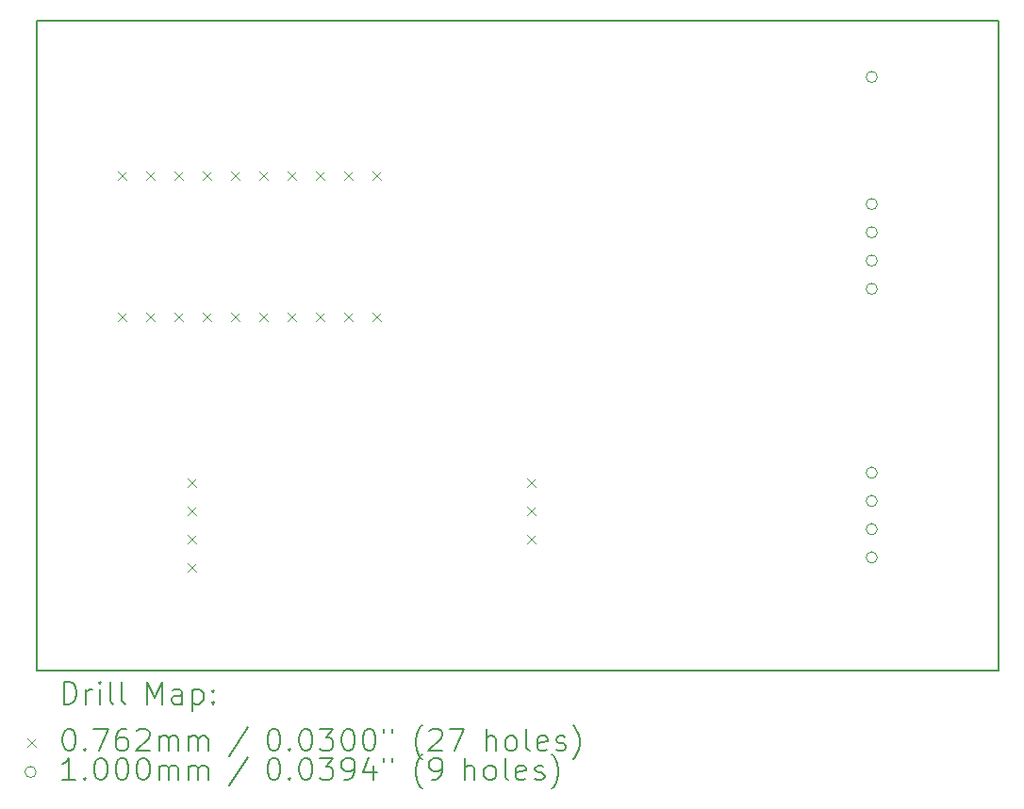
<source format=gbr>
%TF.GenerationSoftware,KiCad,Pcbnew,(7.0.0)*%
%TF.CreationDate,2023-03-22T11:52:13+01:00*%
%TF.ProjectId,ttl-to-rs485-proto,74746c2d-746f-42d7-9273-3438352d7072,rev?*%
%TF.SameCoordinates,Original*%
%TF.FileFunction,Drillmap*%
%TF.FilePolarity,Positive*%
%FSLAX45Y45*%
G04 Gerber Fmt 4.5, Leading zero omitted, Abs format (unit mm)*
G04 Created by KiCad (PCBNEW (7.0.0)) date 2023-03-22 11:52:13*
%MOMM*%
%LPD*%
G01*
G04 APERTURE LIST*
%ADD10C,0.200000*%
%ADD11C,0.076200*%
%ADD12C,0.100000*%
G04 APERTURE END LIST*
D10*
X9652000Y-5334000D02*
X18288000Y-5334000D01*
X18288000Y-5334000D02*
X18288000Y-11176000D01*
X18288000Y-11176000D02*
X9652000Y-11176000D01*
X9652000Y-11176000D02*
X9652000Y-5334000D01*
D11*
X10375900Y-6692900D02*
X10452100Y-6769100D01*
X10452100Y-6692900D02*
X10375900Y-6769100D01*
X10375900Y-7962900D02*
X10452100Y-8039100D01*
X10452100Y-7962900D02*
X10375900Y-8039100D01*
X10629900Y-6692900D02*
X10706100Y-6769100D01*
X10706100Y-6692900D02*
X10629900Y-6769100D01*
X10629900Y-7962900D02*
X10706100Y-8039100D01*
X10706100Y-7962900D02*
X10629900Y-8039100D01*
X10883900Y-6692900D02*
X10960100Y-6769100D01*
X10960100Y-6692900D02*
X10883900Y-6769100D01*
X10883900Y-7962900D02*
X10960100Y-8039100D01*
X10960100Y-7962900D02*
X10883900Y-8039100D01*
X11005400Y-9453400D02*
X11081600Y-9529600D01*
X11081600Y-9453400D02*
X11005400Y-9529600D01*
X11005400Y-9707400D02*
X11081600Y-9783600D01*
X11081600Y-9707400D02*
X11005400Y-9783600D01*
X11005400Y-9961400D02*
X11081600Y-10037600D01*
X11081600Y-9961400D02*
X11005400Y-10037600D01*
X11005400Y-10215400D02*
X11081600Y-10291600D01*
X11081600Y-10215400D02*
X11005400Y-10291600D01*
X11137900Y-6692900D02*
X11214100Y-6769100D01*
X11214100Y-6692900D02*
X11137900Y-6769100D01*
X11137900Y-7962900D02*
X11214100Y-8039100D01*
X11214100Y-7962900D02*
X11137900Y-8039100D01*
X11391900Y-6692900D02*
X11468100Y-6769100D01*
X11468100Y-6692900D02*
X11391900Y-6769100D01*
X11391900Y-7962900D02*
X11468100Y-8039100D01*
X11468100Y-7962900D02*
X11391900Y-8039100D01*
X11645900Y-6692900D02*
X11722100Y-6769100D01*
X11722100Y-6692900D02*
X11645900Y-6769100D01*
X11645900Y-7962900D02*
X11722100Y-8039100D01*
X11722100Y-7962900D02*
X11645900Y-8039100D01*
X11899900Y-6692900D02*
X11976100Y-6769100D01*
X11976100Y-6692900D02*
X11899900Y-6769100D01*
X11899900Y-7962900D02*
X11976100Y-8039100D01*
X11976100Y-7962900D02*
X11899900Y-8039100D01*
X12153900Y-6692900D02*
X12230100Y-6769100D01*
X12230100Y-6692900D02*
X12153900Y-6769100D01*
X12153900Y-7962900D02*
X12230100Y-8039100D01*
X12230100Y-7962900D02*
X12153900Y-8039100D01*
X12407900Y-6692900D02*
X12484100Y-6769100D01*
X12484100Y-6692900D02*
X12407900Y-6769100D01*
X12407900Y-7962900D02*
X12484100Y-8039100D01*
X12484100Y-7962900D02*
X12407900Y-8039100D01*
X12661900Y-6692900D02*
X12738100Y-6769100D01*
X12738100Y-6692900D02*
X12661900Y-6769100D01*
X12661900Y-7962900D02*
X12738100Y-8039100D01*
X12738100Y-7962900D02*
X12661900Y-8039100D01*
X14053400Y-9453400D02*
X14129600Y-9529600D01*
X14129600Y-9453400D02*
X14053400Y-9529600D01*
X14053400Y-9707400D02*
X14129600Y-9783600D01*
X14129600Y-9707400D02*
X14053400Y-9783600D01*
X14053400Y-9961400D02*
X14129600Y-10037600D01*
X14129600Y-9961400D02*
X14053400Y-10037600D01*
D12*
X17195000Y-5842000D02*
G75*
G03*
X17195000Y-5842000I-50000J0D01*
G01*
X17195000Y-6985000D02*
G75*
G03*
X17195000Y-6985000I-50000J0D01*
G01*
X17195000Y-7239000D02*
G75*
G03*
X17195000Y-7239000I-50000J0D01*
G01*
X17195000Y-7493000D02*
G75*
G03*
X17195000Y-7493000I-50000J0D01*
G01*
X17195000Y-7747000D02*
G75*
G03*
X17195000Y-7747000I-50000J0D01*
G01*
X17195000Y-9399000D02*
G75*
G03*
X17195000Y-9399000I-50000J0D01*
G01*
X17195000Y-9653000D02*
G75*
G03*
X17195000Y-9653000I-50000J0D01*
G01*
X17195000Y-9907000D02*
G75*
G03*
X17195000Y-9907000I-50000J0D01*
G01*
X17195000Y-10161000D02*
G75*
G03*
X17195000Y-10161000I-50000J0D01*
G01*
D10*
X9889619Y-11479476D02*
X9889619Y-11279476D01*
X9889619Y-11279476D02*
X9937238Y-11279476D01*
X9937238Y-11279476D02*
X9965810Y-11289000D01*
X9965810Y-11289000D02*
X9984857Y-11308048D01*
X9984857Y-11308048D02*
X9994381Y-11327095D01*
X9994381Y-11327095D02*
X10003905Y-11365190D01*
X10003905Y-11365190D02*
X10003905Y-11393762D01*
X10003905Y-11393762D02*
X9994381Y-11431857D01*
X9994381Y-11431857D02*
X9984857Y-11450905D01*
X9984857Y-11450905D02*
X9965810Y-11469952D01*
X9965810Y-11469952D02*
X9937238Y-11479476D01*
X9937238Y-11479476D02*
X9889619Y-11479476D01*
X10089619Y-11479476D02*
X10089619Y-11346143D01*
X10089619Y-11384238D02*
X10099143Y-11365190D01*
X10099143Y-11365190D02*
X10108667Y-11355667D01*
X10108667Y-11355667D02*
X10127714Y-11346143D01*
X10127714Y-11346143D02*
X10146762Y-11346143D01*
X10213429Y-11479476D02*
X10213429Y-11346143D01*
X10213429Y-11279476D02*
X10203905Y-11289000D01*
X10203905Y-11289000D02*
X10213429Y-11298524D01*
X10213429Y-11298524D02*
X10222952Y-11289000D01*
X10222952Y-11289000D02*
X10213429Y-11279476D01*
X10213429Y-11279476D02*
X10213429Y-11298524D01*
X10337238Y-11479476D02*
X10318190Y-11469952D01*
X10318190Y-11469952D02*
X10308667Y-11450905D01*
X10308667Y-11450905D02*
X10308667Y-11279476D01*
X10442000Y-11479476D02*
X10422952Y-11469952D01*
X10422952Y-11469952D02*
X10413429Y-11450905D01*
X10413429Y-11450905D02*
X10413429Y-11279476D01*
X10638190Y-11479476D02*
X10638190Y-11279476D01*
X10638190Y-11279476D02*
X10704857Y-11422333D01*
X10704857Y-11422333D02*
X10771524Y-11279476D01*
X10771524Y-11279476D02*
X10771524Y-11479476D01*
X10952476Y-11479476D02*
X10952476Y-11374714D01*
X10952476Y-11374714D02*
X10942952Y-11355667D01*
X10942952Y-11355667D02*
X10923905Y-11346143D01*
X10923905Y-11346143D02*
X10885809Y-11346143D01*
X10885809Y-11346143D02*
X10866762Y-11355667D01*
X10952476Y-11469952D02*
X10933429Y-11479476D01*
X10933429Y-11479476D02*
X10885809Y-11479476D01*
X10885809Y-11479476D02*
X10866762Y-11469952D01*
X10866762Y-11469952D02*
X10857238Y-11450905D01*
X10857238Y-11450905D02*
X10857238Y-11431857D01*
X10857238Y-11431857D02*
X10866762Y-11412809D01*
X10866762Y-11412809D02*
X10885809Y-11403286D01*
X10885809Y-11403286D02*
X10933429Y-11403286D01*
X10933429Y-11403286D02*
X10952476Y-11393762D01*
X11047714Y-11346143D02*
X11047714Y-11546143D01*
X11047714Y-11355667D02*
X11066762Y-11346143D01*
X11066762Y-11346143D02*
X11104857Y-11346143D01*
X11104857Y-11346143D02*
X11123905Y-11355667D01*
X11123905Y-11355667D02*
X11133429Y-11365190D01*
X11133429Y-11365190D02*
X11142952Y-11384238D01*
X11142952Y-11384238D02*
X11142952Y-11441381D01*
X11142952Y-11441381D02*
X11133429Y-11460428D01*
X11133429Y-11460428D02*
X11123905Y-11469952D01*
X11123905Y-11469952D02*
X11104857Y-11479476D01*
X11104857Y-11479476D02*
X11066762Y-11479476D01*
X11066762Y-11479476D02*
X11047714Y-11469952D01*
X11228667Y-11460428D02*
X11238190Y-11469952D01*
X11238190Y-11469952D02*
X11228667Y-11479476D01*
X11228667Y-11479476D02*
X11219143Y-11469952D01*
X11219143Y-11469952D02*
X11228667Y-11460428D01*
X11228667Y-11460428D02*
X11228667Y-11479476D01*
X11228667Y-11355667D02*
X11238190Y-11365190D01*
X11238190Y-11365190D02*
X11228667Y-11374714D01*
X11228667Y-11374714D02*
X11219143Y-11365190D01*
X11219143Y-11365190D02*
X11228667Y-11355667D01*
X11228667Y-11355667D02*
X11228667Y-11374714D01*
D11*
X9565800Y-11787900D02*
X9642000Y-11864100D01*
X9642000Y-11787900D02*
X9565800Y-11864100D01*
D10*
X9927714Y-11699476D02*
X9946762Y-11699476D01*
X9946762Y-11699476D02*
X9965810Y-11709000D01*
X9965810Y-11709000D02*
X9975333Y-11718524D01*
X9975333Y-11718524D02*
X9984857Y-11737571D01*
X9984857Y-11737571D02*
X9994381Y-11775667D01*
X9994381Y-11775667D02*
X9994381Y-11823286D01*
X9994381Y-11823286D02*
X9984857Y-11861381D01*
X9984857Y-11861381D02*
X9975333Y-11880428D01*
X9975333Y-11880428D02*
X9965810Y-11889952D01*
X9965810Y-11889952D02*
X9946762Y-11899476D01*
X9946762Y-11899476D02*
X9927714Y-11899476D01*
X9927714Y-11899476D02*
X9908667Y-11889952D01*
X9908667Y-11889952D02*
X9899143Y-11880428D01*
X9899143Y-11880428D02*
X9889619Y-11861381D01*
X9889619Y-11861381D02*
X9880095Y-11823286D01*
X9880095Y-11823286D02*
X9880095Y-11775667D01*
X9880095Y-11775667D02*
X9889619Y-11737571D01*
X9889619Y-11737571D02*
X9899143Y-11718524D01*
X9899143Y-11718524D02*
X9908667Y-11709000D01*
X9908667Y-11709000D02*
X9927714Y-11699476D01*
X10080095Y-11880428D02*
X10089619Y-11889952D01*
X10089619Y-11889952D02*
X10080095Y-11899476D01*
X10080095Y-11899476D02*
X10070571Y-11889952D01*
X10070571Y-11889952D02*
X10080095Y-11880428D01*
X10080095Y-11880428D02*
X10080095Y-11899476D01*
X10156286Y-11699476D02*
X10289619Y-11699476D01*
X10289619Y-11699476D02*
X10203905Y-11899476D01*
X10451524Y-11699476D02*
X10413429Y-11699476D01*
X10413429Y-11699476D02*
X10394381Y-11709000D01*
X10394381Y-11709000D02*
X10384857Y-11718524D01*
X10384857Y-11718524D02*
X10365810Y-11747095D01*
X10365810Y-11747095D02*
X10356286Y-11785190D01*
X10356286Y-11785190D02*
X10356286Y-11861381D01*
X10356286Y-11861381D02*
X10365810Y-11880428D01*
X10365810Y-11880428D02*
X10375333Y-11889952D01*
X10375333Y-11889952D02*
X10394381Y-11899476D01*
X10394381Y-11899476D02*
X10432476Y-11899476D01*
X10432476Y-11899476D02*
X10451524Y-11889952D01*
X10451524Y-11889952D02*
X10461048Y-11880428D01*
X10461048Y-11880428D02*
X10470571Y-11861381D01*
X10470571Y-11861381D02*
X10470571Y-11813762D01*
X10470571Y-11813762D02*
X10461048Y-11794714D01*
X10461048Y-11794714D02*
X10451524Y-11785190D01*
X10451524Y-11785190D02*
X10432476Y-11775667D01*
X10432476Y-11775667D02*
X10394381Y-11775667D01*
X10394381Y-11775667D02*
X10375333Y-11785190D01*
X10375333Y-11785190D02*
X10365810Y-11794714D01*
X10365810Y-11794714D02*
X10356286Y-11813762D01*
X10546762Y-11718524D02*
X10556286Y-11709000D01*
X10556286Y-11709000D02*
X10575333Y-11699476D01*
X10575333Y-11699476D02*
X10622952Y-11699476D01*
X10622952Y-11699476D02*
X10642000Y-11709000D01*
X10642000Y-11709000D02*
X10651524Y-11718524D01*
X10651524Y-11718524D02*
X10661048Y-11737571D01*
X10661048Y-11737571D02*
X10661048Y-11756619D01*
X10661048Y-11756619D02*
X10651524Y-11785190D01*
X10651524Y-11785190D02*
X10537238Y-11899476D01*
X10537238Y-11899476D02*
X10661048Y-11899476D01*
X10746762Y-11899476D02*
X10746762Y-11766143D01*
X10746762Y-11785190D02*
X10756286Y-11775667D01*
X10756286Y-11775667D02*
X10775333Y-11766143D01*
X10775333Y-11766143D02*
X10803905Y-11766143D01*
X10803905Y-11766143D02*
X10822952Y-11775667D01*
X10822952Y-11775667D02*
X10832476Y-11794714D01*
X10832476Y-11794714D02*
X10832476Y-11899476D01*
X10832476Y-11794714D02*
X10842000Y-11775667D01*
X10842000Y-11775667D02*
X10861048Y-11766143D01*
X10861048Y-11766143D02*
X10889619Y-11766143D01*
X10889619Y-11766143D02*
X10908667Y-11775667D01*
X10908667Y-11775667D02*
X10918191Y-11794714D01*
X10918191Y-11794714D02*
X10918191Y-11899476D01*
X11013429Y-11899476D02*
X11013429Y-11766143D01*
X11013429Y-11785190D02*
X11022952Y-11775667D01*
X11022952Y-11775667D02*
X11042000Y-11766143D01*
X11042000Y-11766143D02*
X11070572Y-11766143D01*
X11070572Y-11766143D02*
X11089619Y-11775667D01*
X11089619Y-11775667D02*
X11099143Y-11794714D01*
X11099143Y-11794714D02*
X11099143Y-11899476D01*
X11099143Y-11794714D02*
X11108667Y-11775667D01*
X11108667Y-11775667D02*
X11127714Y-11766143D01*
X11127714Y-11766143D02*
X11156286Y-11766143D01*
X11156286Y-11766143D02*
X11175333Y-11775667D01*
X11175333Y-11775667D02*
X11184857Y-11794714D01*
X11184857Y-11794714D02*
X11184857Y-11899476D01*
X11542952Y-11689952D02*
X11371524Y-11947095D01*
X11767714Y-11699476D02*
X11786762Y-11699476D01*
X11786762Y-11699476D02*
X11805810Y-11709000D01*
X11805810Y-11709000D02*
X11815333Y-11718524D01*
X11815333Y-11718524D02*
X11824857Y-11737571D01*
X11824857Y-11737571D02*
X11834381Y-11775667D01*
X11834381Y-11775667D02*
X11834381Y-11823286D01*
X11834381Y-11823286D02*
X11824857Y-11861381D01*
X11824857Y-11861381D02*
X11815333Y-11880428D01*
X11815333Y-11880428D02*
X11805810Y-11889952D01*
X11805810Y-11889952D02*
X11786762Y-11899476D01*
X11786762Y-11899476D02*
X11767714Y-11899476D01*
X11767714Y-11899476D02*
X11748667Y-11889952D01*
X11748667Y-11889952D02*
X11739143Y-11880428D01*
X11739143Y-11880428D02*
X11729619Y-11861381D01*
X11729619Y-11861381D02*
X11720095Y-11823286D01*
X11720095Y-11823286D02*
X11720095Y-11775667D01*
X11720095Y-11775667D02*
X11729619Y-11737571D01*
X11729619Y-11737571D02*
X11739143Y-11718524D01*
X11739143Y-11718524D02*
X11748667Y-11709000D01*
X11748667Y-11709000D02*
X11767714Y-11699476D01*
X11920095Y-11880428D02*
X11929619Y-11889952D01*
X11929619Y-11889952D02*
X11920095Y-11899476D01*
X11920095Y-11899476D02*
X11910571Y-11889952D01*
X11910571Y-11889952D02*
X11920095Y-11880428D01*
X11920095Y-11880428D02*
X11920095Y-11899476D01*
X12053429Y-11699476D02*
X12072476Y-11699476D01*
X12072476Y-11699476D02*
X12091524Y-11709000D01*
X12091524Y-11709000D02*
X12101048Y-11718524D01*
X12101048Y-11718524D02*
X12110571Y-11737571D01*
X12110571Y-11737571D02*
X12120095Y-11775667D01*
X12120095Y-11775667D02*
X12120095Y-11823286D01*
X12120095Y-11823286D02*
X12110571Y-11861381D01*
X12110571Y-11861381D02*
X12101048Y-11880428D01*
X12101048Y-11880428D02*
X12091524Y-11889952D01*
X12091524Y-11889952D02*
X12072476Y-11899476D01*
X12072476Y-11899476D02*
X12053429Y-11899476D01*
X12053429Y-11899476D02*
X12034381Y-11889952D01*
X12034381Y-11889952D02*
X12024857Y-11880428D01*
X12024857Y-11880428D02*
X12015333Y-11861381D01*
X12015333Y-11861381D02*
X12005810Y-11823286D01*
X12005810Y-11823286D02*
X12005810Y-11775667D01*
X12005810Y-11775667D02*
X12015333Y-11737571D01*
X12015333Y-11737571D02*
X12024857Y-11718524D01*
X12024857Y-11718524D02*
X12034381Y-11709000D01*
X12034381Y-11709000D02*
X12053429Y-11699476D01*
X12186762Y-11699476D02*
X12310571Y-11699476D01*
X12310571Y-11699476D02*
X12243905Y-11775667D01*
X12243905Y-11775667D02*
X12272476Y-11775667D01*
X12272476Y-11775667D02*
X12291524Y-11785190D01*
X12291524Y-11785190D02*
X12301048Y-11794714D01*
X12301048Y-11794714D02*
X12310571Y-11813762D01*
X12310571Y-11813762D02*
X12310571Y-11861381D01*
X12310571Y-11861381D02*
X12301048Y-11880428D01*
X12301048Y-11880428D02*
X12291524Y-11889952D01*
X12291524Y-11889952D02*
X12272476Y-11899476D01*
X12272476Y-11899476D02*
X12215333Y-11899476D01*
X12215333Y-11899476D02*
X12196286Y-11889952D01*
X12196286Y-11889952D02*
X12186762Y-11880428D01*
X12434381Y-11699476D02*
X12453429Y-11699476D01*
X12453429Y-11699476D02*
X12472476Y-11709000D01*
X12472476Y-11709000D02*
X12482000Y-11718524D01*
X12482000Y-11718524D02*
X12491524Y-11737571D01*
X12491524Y-11737571D02*
X12501048Y-11775667D01*
X12501048Y-11775667D02*
X12501048Y-11823286D01*
X12501048Y-11823286D02*
X12491524Y-11861381D01*
X12491524Y-11861381D02*
X12482000Y-11880428D01*
X12482000Y-11880428D02*
X12472476Y-11889952D01*
X12472476Y-11889952D02*
X12453429Y-11899476D01*
X12453429Y-11899476D02*
X12434381Y-11899476D01*
X12434381Y-11899476D02*
X12415333Y-11889952D01*
X12415333Y-11889952D02*
X12405810Y-11880428D01*
X12405810Y-11880428D02*
X12396286Y-11861381D01*
X12396286Y-11861381D02*
X12386762Y-11823286D01*
X12386762Y-11823286D02*
X12386762Y-11775667D01*
X12386762Y-11775667D02*
X12396286Y-11737571D01*
X12396286Y-11737571D02*
X12405810Y-11718524D01*
X12405810Y-11718524D02*
X12415333Y-11709000D01*
X12415333Y-11709000D02*
X12434381Y-11699476D01*
X12624857Y-11699476D02*
X12643905Y-11699476D01*
X12643905Y-11699476D02*
X12662952Y-11709000D01*
X12662952Y-11709000D02*
X12672476Y-11718524D01*
X12672476Y-11718524D02*
X12682000Y-11737571D01*
X12682000Y-11737571D02*
X12691524Y-11775667D01*
X12691524Y-11775667D02*
X12691524Y-11823286D01*
X12691524Y-11823286D02*
X12682000Y-11861381D01*
X12682000Y-11861381D02*
X12672476Y-11880428D01*
X12672476Y-11880428D02*
X12662952Y-11889952D01*
X12662952Y-11889952D02*
X12643905Y-11899476D01*
X12643905Y-11899476D02*
X12624857Y-11899476D01*
X12624857Y-11899476D02*
X12605810Y-11889952D01*
X12605810Y-11889952D02*
X12596286Y-11880428D01*
X12596286Y-11880428D02*
X12586762Y-11861381D01*
X12586762Y-11861381D02*
X12577238Y-11823286D01*
X12577238Y-11823286D02*
X12577238Y-11775667D01*
X12577238Y-11775667D02*
X12586762Y-11737571D01*
X12586762Y-11737571D02*
X12596286Y-11718524D01*
X12596286Y-11718524D02*
X12605810Y-11709000D01*
X12605810Y-11709000D02*
X12624857Y-11699476D01*
X12767714Y-11699476D02*
X12767714Y-11737571D01*
X12843905Y-11699476D02*
X12843905Y-11737571D01*
X13106762Y-11975667D02*
X13097238Y-11966143D01*
X13097238Y-11966143D02*
X13078191Y-11937571D01*
X13078191Y-11937571D02*
X13068667Y-11918524D01*
X13068667Y-11918524D02*
X13059143Y-11889952D01*
X13059143Y-11889952D02*
X13049619Y-11842333D01*
X13049619Y-11842333D02*
X13049619Y-11804238D01*
X13049619Y-11804238D02*
X13059143Y-11756619D01*
X13059143Y-11756619D02*
X13068667Y-11728048D01*
X13068667Y-11728048D02*
X13078191Y-11709000D01*
X13078191Y-11709000D02*
X13097238Y-11680428D01*
X13097238Y-11680428D02*
X13106762Y-11670905D01*
X13173429Y-11718524D02*
X13182952Y-11709000D01*
X13182952Y-11709000D02*
X13202000Y-11699476D01*
X13202000Y-11699476D02*
X13249619Y-11699476D01*
X13249619Y-11699476D02*
X13268667Y-11709000D01*
X13268667Y-11709000D02*
X13278191Y-11718524D01*
X13278191Y-11718524D02*
X13287714Y-11737571D01*
X13287714Y-11737571D02*
X13287714Y-11756619D01*
X13287714Y-11756619D02*
X13278191Y-11785190D01*
X13278191Y-11785190D02*
X13163905Y-11899476D01*
X13163905Y-11899476D02*
X13287714Y-11899476D01*
X13354381Y-11699476D02*
X13487714Y-11699476D01*
X13487714Y-11699476D02*
X13402000Y-11899476D01*
X13683905Y-11899476D02*
X13683905Y-11699476D01*
X13769619Y-11899476D02*
X13769619Y-11794714D01*
X13769619Y-11794714D02*
X13760095Y-11775667D01*
X13760095Y-11775667D02*
X13741048Y-11766143D01*
X13741048Y-11766143D02*
X13712476Y-11766143D01*
X13712476Y-11766143D02*
X13693429Y-11775667D01*
X13693429Y-11775667D02*
X13683905Y-11785190D01*
X13893429Y-11899476D02*
X13874381Y-11889952D01*
X13874381Y-11889952D02*
X13864857Y-11880428D01*
X13864857Y-11880428D02*
X13855333Y-11861381D01*
X13855333Y-11861381D02*
X13855333Y-11804238D01*
X13855333Y-11804238D02*
X13864857Y-11785190D01*
X13864857Y-11785190D02*
X13874381Y-11775667D01*
X13874381Y-11775667D02*
X13893429Y-11766143D01*
X13893429Y-11766143D02*
X13922000Y-11766143D01*
X13922000Y-11766143D02*
X13941048Y-11775667D01*
X13941048Y-11775667D02*
X13950572Y-11785190D01*
X13950572Y-11785190D02*
X13960095Y-11804238D01*
X13960095Y-11804238D02*
X13960095Y-11861381D01*
X13960095Y-11861381D02*
X13950572Y-11880428D01*
X13950572Y-11880428D02*
X13941048Y-11889952D01*
X13941048Y-11889952D02*
X13922000Y-11899476D01*
X13922000Y-11899476D02*
X13893429Y-11899476D01*
X14074381Y-11899476D02*
X14055333Y-11889952D01*
X14055333Y-11889952D02*
X14045810Y-11870905D01*
X14045810Y-11870905D02*
X14045810Y-11699476D01*
X14226762Y-11889952D02*
X14207714Y-11899476D01*
X14207714Y-11899476D02*
X14169619Y-11899476D01*
X14169619Y-11899476D02*
X14150572Y-11889952D01*
X14150572Y-11889952D02*
X14141048Y-11870905D01*
X14141048Y-11870905D02*
X14141048Y-11794714D01*
X14141048Y-11794714D02*
X14150572Y-11775667D01*
X14150572Y-11775667D02*
X14169619Y-11766143D01*
X14169619Y-11766143D02*
X14207714Y-11766143D01*
X14207714Y-11766143D02*
X14226762Y-11775667D01*
X14226762Y-11775667D02*
X14236286Y-11794714D01*
X14236286Y-11794714D02*
X14236286Y-11813762D01*
X14236286Y-11813762D02*
X14141048Y-11832809D01*
X14312476Y-11889952D02*
X14331524Y-11899476D01*
X14331524Y-11899476D02*
X14369619Y-11899476D01*
X14369619Y-11899476D02*
X14388667Y-11889952D01*
X14388667Y-11889952D02*
X14398191Y-11870905D01*
X14398191Y-11870905D02*
X14398191Y-11861381D01*
X14398191Y-11861381D02*
X14388667Y-11842333D01*
X14388667Y-11842333D02*
X14369619Y-11832809D01*
X14369619Y-11832809D02*
X14341048Y-11832809D01*
X14341048Y-11832809D02*
X14322000Y-11823286D01*
X14322000Y-11823286D02*
X14312476Y-11804238D01*
X14312476Y-11804238D02*
X14312476Y-11794714D01*
X14312476Y-11794714D02*
X14322000Y-11775667D01*
X14322000Y-11775667D02*
X14341048Y-11766143D01*
X14341048Y-11766143D02*
X14369619Y-11766143D01*
X14369619Y-11766143D02*
X14388667Y-11775667D01*
X14464857Y-11975667D02*
X14474381Y-11966143D01*
X14474381Y-11966143D02*
X14493429Y-11937571D01*
X14493429Y-11937571D02*
X14502953Y-11918524D01*
X14502953Y-11918524D02*
X14512476Y-11889952D01*
X14512476Y-11889952D02*
X14522000Y-11842333D01*
X14522000Y-11842333D02*
X14522000Y-11804238D01*
X14522000Y-11804238D02*
X14512476Y-11756619D01*
X14512476Y-11756619D02*
X14502953Y-11728048D01*
X14502953Y-11728048D02*
X14493429Y-11709000D01*
X14493429Y-11709000D02*
X14474381Y-11680428D01*
X14474381Y-11680428D02*
X14464857Y-11670905D01*
D12*
X9642000Y-12090000D02*
G75*
G03*
X9642000Y-12090000I-50000J0D01*
G01*
D10*
X9994381Y-12163476D02*
X9880095Y-12163476D01*
X9937238Y-12163476D02*
X9937238Y-11963476D01*
X9937238Y-11963476D02*
X9918190Y-11992048D01*
X9918190Y-11992048D02*
X9899143Y-12011095D01*
X9899143Y-12011095D02*
X9880095Y-12020619D01*
X10080095Y-12144428D02*
X10089619Y-12153952D01*
X10089619Y-12153952D02*
X10080095Y-12163476D01*
X10080095Y-12163476D02*
X10070571Y-12153952D01*
X10070571Y-12153952D02*
X10080095Y-12144428D01*
X10080095Y-12144428D02*
X10080095Y-12163476D01*
X10213429Y-11963476D02*
X10232476Y-11963476D01*
X10232476Y-11963476D02*
X10251524Y-11973000D01*
X10251524Y-11973000D02*
X10261048Y-11982524D01*
X10261048Y-11982524D02*
X10270571Y-12001571D01*
X10270571Y-12001571D02*
X10280095Y-12039667D01*
X10280095Y-12039667D02*
X10280095Y-12087286D01*
X10280095Y-12087286D02*
X10270571Y-12125381D01*
X10270571Y-12125381D02*
X10261048Y-12144428D01*
X10261048Y-12144428D02*
X10251524Y-12153952D01*
X10251524Y-12153952D02*
X10232476Y-12163476D01*
X10232476Y-12163476D02*
X10213429Y-12163476D01*
X10213429Y-12163476D02*
X10194381Y-12153952D01*
X10194381Y-12153952D02*
X10184857Y-12144428D01*
X10184857Y-12144428D02*
X10175333Y-12125381D01*
X10175333Y-12125381D02*
X10165810Y-12087286D01*
X10165810Y-12087286D02*
X10165810Y-12039667D01*
X10165810Y-12039667D02*
X10175333Y-12001571D01*
X10175333Y-12001571D02*
X10184857Y-11982524D01*
X10184857Y-11982524D02*
X10194381Y-11973000D01*
X10194381Y-11973000D02*
X10213429Y-11963476D01*
X10403905Y-11963476D02*
X10422952Y-11963476D01*
X10422952Y-11963476D02*
X10442000Y-11973000D01*
X10442000Y-11973000D02*
X10451524Y-11982524D01*
X10451524Y-11982524D02*
X10461048Y-12001571D01*
X10461048Y-12001571D02*
X10470571Y-12039667D01*
X10470571Y-12039667D02*
X10470571Y-12087286D01*
X10470571Y-12087286D02*
X10461048Y-12125381D01*
X10461048Y-12125381D02*
X10451524Y-12144428D01*
X10451524Y-12144428D02*
X10442000Y-12153952D01*
X10442000Y-12153952D02*
X10422952Y-12163476D01*
X10422952Y-12163476D02*
X10403905Y-12163476D01*
X10403905Y-12163476D02*
X10384857Y-12153952D01*
X10384857Y-12153952D02*
X10375333Y-12144428D01*
X10375333Y-12144428D02*
X10365810Y-12125381D01*
X10365810Y-12125381D02*
X10356286Y-12087286D01*
X10356286Y-12087286D02*
X10356286Y-12039667D01*
X10356286Y-12039667D02*
X10365810Y-12001571D01*
X10365810Y-12001571D02*
X10375333Y-11982524D01*
X10375333Y-11982524D02*
X10384857Y-11973000D01*
X10384857Y-11973000D02*
X10403905Y-11963476D01*
X10594381Y-11963476D02*
X10613429Y-11963476D01*
X10613429Y-11963476D02*
X10632476Y-11973000D01*
X10632476Y-11973000D02*
X10642000Y-11982524D01*
X10642000Y-11982524D02*
X10651524Y-12001571D01*
X10651524Y-12001571D02*
X10661048Y-12039667D01*
X10661048Y-12039667D02*
X10661048Y-12087286D01*
X10661048Y-12087286D02*
X10651524Y-12125381D01*
X10651524Y-12125381D02*
X10642000Y-12144428D01*
X10642000Y-12144428D02*
X10632476Y-12153952D01*
X10632476Y-12153952D02*
X10613429Y-12163476D01*
X10613429Y-12163476D02*
X10594381Y-12163476D01*
X10594381Y-12163476D02*
X10575333Y-12153952D01*
X10575333Y-12153952D02*
X10565810Y-12144428D01*
X10565810Y-12144428D02*
X10556286Y-12125381D01*
X10556286Y-12125381D02*
X10546762Y-12087286D01*
X10546762Y-12087286D02*
X10546762Y-12039667D01*
X10546762Y-12039667D02*
X10556286Y-12001571D01*
X10556286Y-12001571D02*
X10565810Y-11982524D01*
X10565810Y-11982524D02*
X10575333Y-11973000D01*
X10575333Y-11973000D02*
X10594381Y-11963476D01*
X10746762Y-12163476D02*
X10746762Y-12030143D01*
X10746762Y-12049190D02*
X10756286Y-12039667D01*
X10756286Y-12039667D02*
X10775333Y-12030143D01*
X10775333Y-12030143D02*
X10803905Y-12030143D01*
X10803905Y-12030143D02*
X10822952Y-12039667D01*
X10822952Y-12039667D02*
X10832476Y-12058714D01*
X10832476Y-12058714D02*
X10832476Y-12163476D01*
X10832476Y-12058714D02*
X10842000Y-12039667D01*
X10842000Y-12039667D02*
X10861048Y-12030143D01*
X10861048Y-12030143D02*
X10889619Y-12030143D01*
X10889619Y-12030143D02*
X10908667Y-12039667D01*
X10908667Y-12039667D02*
X10918191Y-12058714D01*
X10918191Y-12058714D02*
X10918191Y-12163476D01*
X11013429Y-12163476D02*
X11013429Y-12030143D01*
X11013429Y-12049190D02*
X11022952Y-12039667D01*
X11022952Y-12039667D02*
X11042000Y-12030143D01*
X11042000Y-12030143D02*
X11070572Y-12030143D01*
X11070572Y-12030143D02*
X11089619Y-12039667D01*
X11089619Y-12039667D02*
X11099143Y-12058714D01*
X11099143Y-12058714D02*
X11099143Y-12163476D01*
X11099143Y-12058714D02*
X11108667Y-12039667D01*
X11108667Y-12039667D02*
X11127714Y-12030143D01*
X11127714Y-12030143D02*
X11156286Y-12030143D01*
X11156286Y-12030143D02*
X11175333Y-12039667D01*
X11175333Y-12039667D02*
X11184857Y-12058714D01*
X11184857Y-12058714D02*
X11184857Y-12163476D01*
X11542952Y-11953952D02*
X11371524Y-12211095D01*
X11767714Y-11963476D02*
X11786762Y-11963476D01*
X11786762Y-11963476D02*
X11805810Y-11973000D01*
X11805810Y-11973000D02*
X11815333Y-11982524D01*
X11815333Y-11982524D02*
X11824857Y-12001571D01*
X11824857Y-12001571D02*
X11834381Y-12039667D01*
X11834381Y-12039667D02*
X11834381Y-12087286D01*
X11834381Y-12087286D02*
X11824857Y-12125381D01*
X11824857Y-12125381D02*
X11815333Y-12144428D01*
X11815333Y-12144428D02*
X11805810Y-12153952D01*
X11805810Y-12153952D02*
X11786762Y-12163476D01*
X11786762Y-12163476D02*
X11767714Y-12163476D01*
X11767714Y-12163476D02*
X11748667Y-12153952D01*
X11748667Y-12153952D02*
X11739143Y-12144428D01*
X11739143Y-12144428D02*
X11729619Y-12125381D01*
X11729619Y-12125381D02*
X11720095Y-12087286D01*
X11720095Y-12087286D02*
X11720095Y-12039667D01*
X11720095Y-12039667D02*
X11729619Y-12001571D01*
X11729619Y-12001571D02*
X11739143Y-11982524D01*
X11739143Y-11982524D02*
X11748667Y-11973000D01*
X11748667Y-11973000D02*
X11767714Y-11963476D01*
X11920095Y-12144428D02*
X11929619Y-12153952D01*
X11929619Y-12153952D02*
X11920095Y-12163476D01*
X11920095Y-12163476D02*
X11910571Y-12153952D01*
X11910571Y-12153952D02*
X11920095Y-12144428D01*
X11920095Y-12144428D02*
X11920095Y-12163476D01*
X12053429Y-11963476D02*
X12072476Y-11963476D01*
X12072476Y-11963476D02*
X12091524Y-11973000D01*
X12091524Y-11973000D02*
X12101048Y-11982524D01*
X12101048Y-11982524D02*
X12110571Y-12001571D01*
X12110571Y-12001571D02*
X12120095Y-12039667D01*
X12120095Y-12039667D02*
X12120095Y-12087286D01*
X12120095Y-12087286D02*
X12110571Y-12125381D01*
X12110571Y-12125381D02*
X12101048Y-12144428D01*
X12101048Y-12144428D02*
X12091524Y-12153952D01*
X12091524Y-12153952D02*
X12072476Y-12163476D01*
X12072476Y-12163476D02*
X12053429Y-12163476D01*
X12053429Y-12163476D02*
X12034381Y-12153952D01*
X12034381Y-12153952D02*
X12024857Y-12144428D01*
X12024857Y-12144428D02*
X12015333Y-12125381D01*
X12015333Y-12125381D02*
X12005810Y-12087286D01*
X12005810Y-12087286D02*
X12005810Y-12039667D01*
X12005810Y-12039667D02*
X12015333Y-12001571D01*
X12015333Y-12001571D02*
X12024857Y-11982524D01*
X12024857Y-11982524D02*
X12034381Y-11973000D01*
X12034381Y-11973000D02*
X12053429Y-11963476D01*
X12186762Y-11963476D02*
X12310571Y-11963476D01*
X12310571Y-11963476D02*
X12243905Y-12039667D01*
X12243905Y-12039667D02*
X12272476Y-12039667D01*
X12272476Y-12039667D02*
X12291524Y-12049190D01*
X12291524Y-12049190D02*
X12301048Y-12058714D01*
X12301048Y-12058714D02*
X12310571Y-12077762D01*
X12310571Y-12077762D02*
X12310571Y-12125381D01*
X12310571Y-12125381D02*
X12301048Y-12144428D01*
X12301048Y-12144428D02*
X12291524Y-12153952D01*
X12291524Y-12153952D02*
X12272476Y-12163476D01*
X12272476Y-12163476D02*
X12215333Y-12163476D01*
X12215333Y-12163476D02*
X12196286Y-12153952D01*
X12196286Y-12153952D02*
X12186762Y-12144428D01*
X12405810Y-12163476D02*
X12443905Y-12163476D01*
X12443905Y-12163476D02*
X12462952Y-12153952D01*
X12462952Y-12153952D02*
X12472476Y-12144428D01*
X12472476Y-12144428D02*
X12491524Y-12115857D01*
X12491524Y-12115857D02*
X12501048Y-12077762D01*
X12501048Y-12077762D02*
X12501048Y-12001571D01*
X12501048Y-12001571D02*
X12491524Y-11982524D01*
X12491524Y-11982524D02*
X12482000Y-11973000D01*
X12482000Y-11973000D02*
X12462952Y-11963476D01*
X12462952Y-11963476D02*
X12424857Y-11963476D01*
X12424857Y-11963476D02*
X12405810Y-11973000D01*
X12405810Y-11973000D02*
X12396286Y-11982524D01*
X12396286Y-11982524D02*
X12386762Y-12001571D01*
X12386762Y-12001571D02*
X12386762Y-12049190D01*
X12386762Y-12049190D02*
X12396286Y-12068238D01*
X12396286Y-12068238D02*
X12405810Y-12077762D01*
X12405810Y-12077762D02*
X12424857Y-12087286D01*
X12424857Y-12087286D02*
X12462952Y-12087286D01*
X12462952Y-12087286D02*
X12482000Y-12077762D01*
X12482000Y-12077762D02*
X12491524Y-12068238D01*
X12491524Y-12068238D02*
X12501048Y-12049190D01*
X12672476Y-12030143D02*
X12672476Y-12163476D01*
X12624857Y-11953952D02*
X12577238Y-12096809D01*
X12577238Y-12096809D02*
X12701048Y-12096809D01*
X12767714Y-11963476D02*
X12767714Y-12001571D01*
X12843905Y-11963476D02*
X12843905Y-12001571D01*
X13106762Y-12239667D02*
X13097238Y-12230143D01*
X13097238Y-12230143D02*
X13078191Y-12201571D01*
X13078191Y-12201571D02*
X13068667Y-12182524D01*
X13068667Y-12182524D02*
X13059143Y-12153952D01*
X13059143Y-12153952D02*
X13049619Y-12106333D01*
X13049619Y-12106333D02*
X13049619Y-12068238D01*
X13049619Y-12068238D02*
X13059143Y-12020619D01*
X13059143Y-12020619D02*
X13068667Y-11992048D01*
X13068667Y-11992048D02*
X13078191Y-11973000D01*
X13078191Y-11973000D02*
X13097238Y-11944428D01*
X13097238Y-11944428D02*
X13106762Y-11934905D01*
X13192476Y-12163476D02*
X13230571Y-12163476D01*
X13230571Y-12163476D02*
X13249619Y-12153952D01*
X13249619Y-12153952D02*
X13259143Y-12144428D01*
X13259143Y-12144428D02*
X13278191Y-12115857D01*
X13278191Y-12115857D02*
X13287714Y-12077762D01*
X13287714Y-12077762D02*
X13287714Y-12001571D01*
X13287714Y-12001571D02*
X13278191Y-11982524D01*
X13278191Y-11982524D02*
X13268667Y-11973000D01*
X13268667Y-11973000D02*
X13249619Y-11963476D01*
X13249619Y-11963476D02*
X13211524Y-11963476D01*
X13211524Y-11963476D02*
X13192476Y-11973000D01*
X13192476Y-11973000D02*
X13182952Y-11982524D01*
X13182952Y-11982524D02*
X13173429Y-12001571D01*
X13173429Y-12001571D02*
X13173429Y-12049190D01*
X13173429Y-12049190D02*
X13182952Y-12068238D01*
X13182952Y-12068238D02*
X13192476Y-12077762D01*
X13192476Y-12077762D02*
X13211524Y-12087286D01*
X13211524Y-12087286D02*
X13249619Y-12087286D01*
X13249619Y-12087286D02*
X13268667Y-12077762D01*
X13268667Y-12077762D02*
X13278191Y-12068238D01*
X13278191Y-12068238D02*
X13287714Y-12049190D01*
X13493429Y-12163476D02*
X13493429Y-11963476D01*
X13579143Y-12163476D02*
X13579143Y-12058714D01*
X13579143Y-12058714D02*
X13569619Y-12039667D01*
X13569619Y-12039667D02*
X13550572Y-12030143D01*
X13550572Y-12030143D02*
X13522000Y-12030143D01*
X13522000Y-12030143D02*
X13502952Y-12039667D01*
X13502952Y-12039667D02*
X13493429Y-12049190D01*
X13702952Y-12163476D02*
X13683905Y-12153952D01*
X13683905Y-12153952D02*
X13674381Y-12144428D01*
X13674381Y-12144428D02*
X13664857Y-12125381D01*
X13664857Y-12125381D02*
X13664857Y-12068238D01*
X13664857Y-12068238D02*
X13674381Y-12049190D01*
X13674381Y-12049190D02*
X13683905Y-12039667D01*
X13683905Y-12039667D02*
X13702952Y-12030143D01*
X13702952Y-12030143D02*
X13731524Y-12030143D01*
X13731524Y-12030143D02*
X13750572Y-12039667D01*
X13750572Y-12039667D02*
X13760095Y-12049190D01*
X13760095Y-12049190D02*
X13769619Y-12068238D01*
X13769619Y-12068238D02*
X13769619Y-12125381D01*
X13769619Y-12125381D02*
X13760095Y-12144428D01*
X13760095Y-12144428D02*
X13750572Y-12153952D01*
X13750572Y-12153952D02*
X13731524Y-12163476D01*
X13731524Y-12163476D02*
X13702952Y-12163476D01*
X13883905Y-12163476D02*
X13864857Y-12153952D01*
X13864857Y-12153952D02*
X13855333Y-12134905D01*
X13855333Y-12134905D02*
X13855333Y-11963476D01*
X14036286Y-12153952D02*
X14017238Y-12163476D01*
X14017238Y-12163476D02*
X13979143Y-12163476D01*
X13979143Y-12163476D02*
X13960095Y-12153952D01*
X13960095Y-12153952D02*
X13950572Y-12134905D01*
X13950572Y-12134905D02*
X13950572Y-12058714D01*
X13950572Y-12058714D02*
X13960095Y-12039667D01*
X13960095Y-12039667D02*
X13979143Y-12030143D01*
X13979143Y-12030143D02*
X14017238Y-12030143D01*
X14017238Y-12030143D02*
X14036286Y-12039667D01*
X14036286Y-12039667D02*
X14045810Y-12058714D01*
X14045810Y-12058714D02*
X14045810Y-12077762D01*
X14045810Y-12077762D02*
X13950572Y-12096809D01*
X14122000Y-12153952D02*
X14141048Y-12163476D01*
X14141048Y-12163476D02*
X14179143Y-12163476D01*
X14179143Y-12163476D02*
X14198191Y-12153952D01*
X14198191Y-12153952D02*
X14207714Y-12134905D01*
X14207714Y-12134905D02*
X14207714Y-12125381D01*
X14207714Y-12125381D02*
X14198191Y-12106333D01*
X14198191Y-12106333D02*
X14179143Y-12096809D01*
X14179143Y-12096809D02*
X14150572Y-12096809D01*
X14150572Y-12096809D02*
X14131524Y-12087286D01*
X14131524Y-12087286D02*
X14122000Y-12068238D01*
X14122000Y-12068238D02*
X14122000Y-12058714D01*
X14122000Y-12058714D02*
X14131524Y-12039667D01*
X14131524Y-12039667D02*
X14150572Y-12030143D01*
X14150572Y-12030143D02*
X14179143Y-12030143D01*
X14179143Y-12030143D02*
X14198191Y-12039667D01*
X14274381Y-12239667D02*
X14283905Y-12230143D01*
X14283905Y-12230143D02*
X14302953Y-12201571D01*
X14302953Y-12201571D02*
X14312476Y-12182524D01*
X14312476Y-12182524D02*
X14322000Y-12153952D01*
X14322000Y-12153952D02*
X14331524Y-12106333D01*
X14331524Y-12106333D02*
X14331524Y-12068238D01*
X14331524Y-12068238D02*
X14322000Y-12020619D01*
X14322000Y-12020619D02*
X14312476Y-11992048D01*
X14312476Y-11992048D02*
X14302953Y-11973000D01*
X14302953Y-11973000D02*
X14283905Y-11944428D01*
X14283905Y-11944428D02*
X14274381Y-11934905D01*
M02*

</source>
